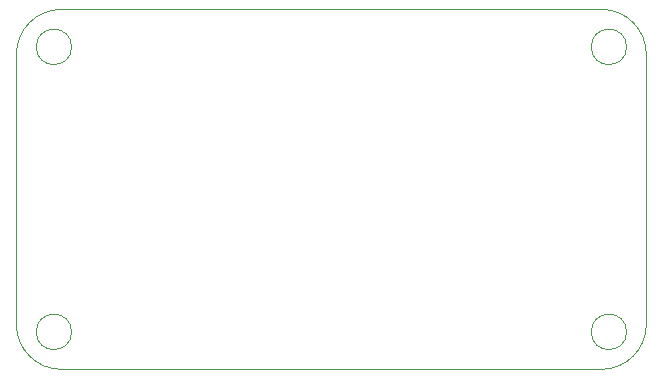
<source format=gbr>
G04 #@! TF.GenerationSoftware,KiCad,Pcbnew,(5.0.0)*
G04 #@! TF.CreationDate,2018-10-10T12:57:49-06:00*
G04 #@! TF.ProjectId,AltoidsSmallsPCB,416C746F696473536D616C6C73504342,rev?*
G04 #@! TF.SameCoordinates,Original*
G04 #@! TF.FileFunction,Profile,NP*
%FSLAX46Y46*%
G04 Gerber Fmt 4.6, Leading zero omitted, Abs format (unit mm)*
G04 Created by KiCad (PCBNEW (5.0.0)) date 10/10/18 12:57:49*
%MOMM*%
%LPD*%
G01*
G04 APERTURE LIST*
%ADD10C,0.100000*%
G04 APERTURE END LIST*
D10*
X158345000Y-67945000D02*
G75*
G03X158345000Y-67945000I-1500000J0D01*
G01*
X158345000Y-92075000D02*
G75*
G03X158345000Y-92075000I-1500000J0D01*
G01*
X111355000Y-92075000D02*
G75*
G03X111355000Y-92075000I-1500000J0D01*
G01*
X111355000Y-67945000D02*
G75*
G03X111355000Y-67945000I-1500000J0D01*
G01*
X156210000Y-95250000D02*
X110490000Y-95250000D01*
X106680000Y-91440000D02*
G75*
G03X110490000Y-95250000I3810000J0D01*
G01*
X156210000Y-95250000D02*
G75*
G03X160020000Y-91440000I0J3810000D01*
G01*
X110490000Y-64770000D02*
G75*
G03X106680000Y-68580000I0J-3810000D01*
G01*
X160020000Y-68580000D02*
G75*
G03X156210000Y-64770000I-3810000J0D01*
G01*
X160020000Y-68580000D02*
X160020000Y-91440000D01*
X110490000Y-64770000D02*
X156210000Y-64770000D01*
X106680000Y-91440000D02*
X106680000Y-68580000D01*
M02*

</source>
